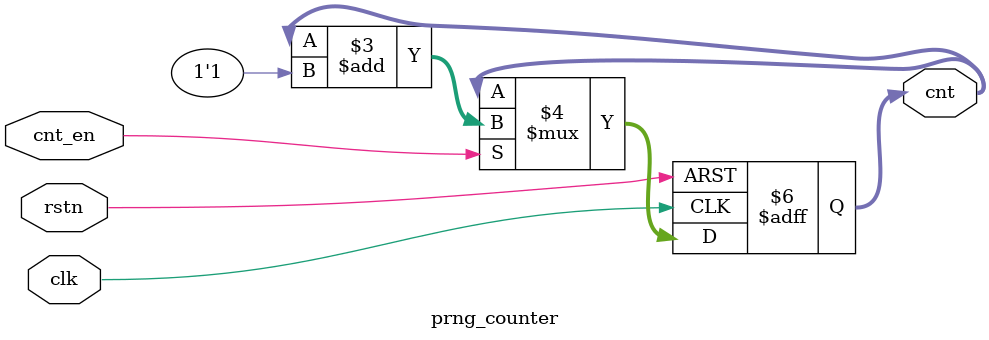
<source format=v>
`timescale 1ns / 1ps


module prng_counter(
    clk,
    rstn,
    cnt_en,
    cnt
);

input                   clk;
input                   rstn;
input                   cnt_en;
output  reg     [1:0]   cnt;


always @(posedge clk or negedge rstn) begin
    if(!rstn)
        cnt <= 2'b0;
    else if(cnt_en)
        cnt <= cnt + 1'b1;
end

endmodule

</source>
